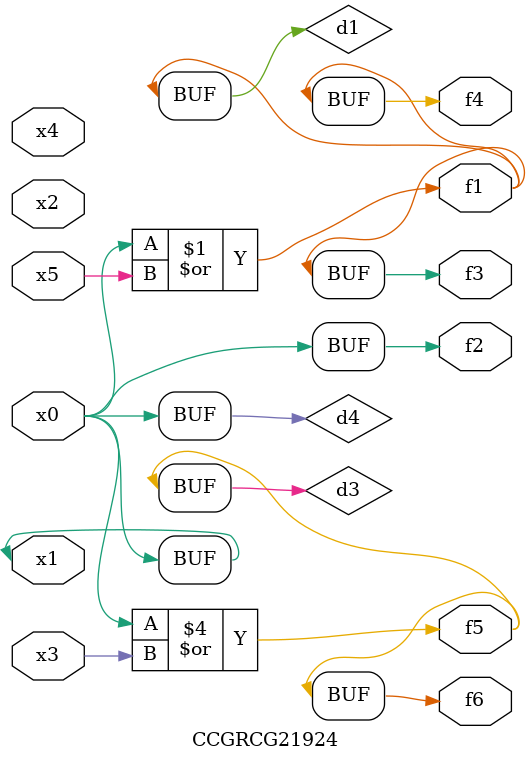
<source format=v>
module CCGRCG21924(
	input x0, x1, x2, x3, x4, x5,
	output f1, f2, f3, f4, f5, f6
);

	wire d1, d2, d3, d4;

	or (d1, x0, x5);
	xnor (d2, x1, x4);
	or (d3, x0, x3);
	buf (d4, x0, x1);
	assign f1 = d1;
	assign f2 = d4;
	assign f3 = d1;
	assign f4 = d1;
	assign f5 = d3;
	assign f6 = d3;
endmodule

</source>
